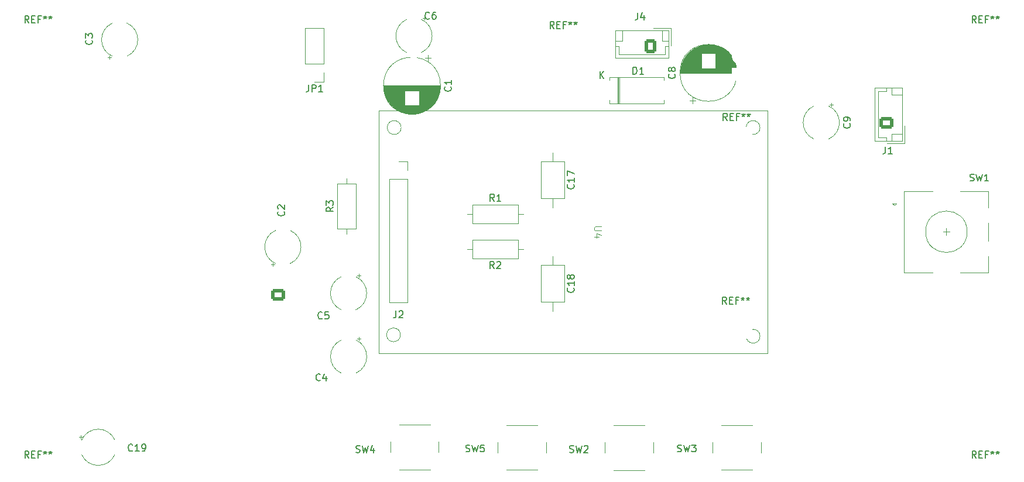
<source format=gto>
G04 #@! TF.GenerationSoftware,KiCad,Pcbnew,8.0.3*
G04 #@! TF.CreationDate,2024-07-01T22:09:14+02:00*
G04 #@! TF.ProjectId,VFO na esp32,56464f20-6e61-4206-9573-7033322e6b69,rev?*
G04 #@! TF.SameCoordinates,Original*
G04 #@! TF.FileFunction,Legend,Top*
G04 #@! TF.FilePolarity,Positive*
%FSLAX46Y46*%
G04 Gerber Fmt 4.6, Leading zero omitted, Abs format (unit mm)*
G04 Created by KiCad (PCBNEW 8.0.3) date 2024-07-01 22:09:14*
%MOMM*%
%LPD*%
G01*
G04 APERTURE LIST*
G04 Aperture macros list*
%AMRoundRect*
0 Rectangle with rounded corners*
0 $1 Rounding radius*
0 $2 $3 $4 $5 $6 $7 $8 $9 X,Y pos of 4 corners*
0 Add a 4 corners polygon primitive as box body*
4,1,4,$2,$3,$4,$5,$6,$7,$8,$9,$2,$3,0*
0 Add four circle primitives for the rounded corners*
1,1,$1+$1,$2,$3*
1,1,$1+$1,$4,$5*
1,1,$1+$1,$6,$7*
1,1,$1+$1,$8,$9*
0 Add four rect primitives between the rounded corners*
20,1,$1+$1,$2,$3,$4,$5,0*
20,1,$1+$1,$4,$5,$6,$7,0*
20,1,$1+$1,$6,$7,$8,$9,0*
20,1,$1+$1,$8,$9,$2,$3,0*%
G04 Aperture macros list end*
%ADD10C,0.150000*%
%ADD11C,0.100000*%
%ADD12C,0.120000*%
%ADD13R,1.600000X1.600000*%
%ADD14C,1.600000*%
%ADD15C,2.200000*%
%ADD16R,1.700000X1.700000*%
%ADD17O,1.700000X1.700000*%
%ADD18C,5.000000*%
%ADD19O,1.600000X1.600000*%
%ADD20C,7.000000*%
%ADD21R,2.000000X2.000000*%
%ADD22C,2.000000*%
%ADD23R,3.200000X2.000000*%
%ADD24R,2.400000X2.400000*%
%ADD25O,2.400000X2.400000*%
%ADD26RoundRect,0.250000X0.750000X-0.600000X0.750000X0.600000X-0.750000X0.600000X-0.750000X-0.600000X0*%
%ADD27O,2.000000X1.700000*%
%ADD28RoundRect,0.250000X0.600000X0.750000X-0.600000X0.750000X-0.600000X-0.750000X0.600000X-0.750000X0*%
%ADD29O,1.700000X2.000000*%
%ADD30R,2.000000X1.200000*%
%ADD31O,2.000000X1.200000*%
%ADD32O,3.500000X3.500000*%
%ADD33R,2.000000X1.905000*%
%ADD34O,2.000000X1.905000*%
%ADD35RoundRect,0.250000X-0.725000X0.600000X-0.725000X-0.600000X0.725000X-0.600000X0.725000X0.600000X0*%
%ADD36O,1.950000X1.700000*%
G04 APERTURE END LIST*
D10*
X109759580Y-65466666D02*
X109807200Y-65514285D01*
X109807200Y-65514285D02*
X109854819Y-65657142D01*
X109854819Y-65657142D02*
X109854819Y-65752380D01*
X109854819Y-65752380D02*
X109807200Y-65895237D01*
X109807200Y-65895237D02*
X109711961Y-65990475D01*
X109711961Y-65990475D02*
X109616723Y-66038094D01*
X109616723Y-66038094D02*
X109426247Y-66085713D01*
X109426247Y-66085713D02*
X109283390Y-66085713D01*
X109283390Y-66085713D02*
X109092914Y-66038094D01*
X109092914Y-66038094D02*
X108997676Y-65990475D01*
X108997676Y-65990475D02*
X108902438Y-65895237D01*
X108902438Y-65895237D02*
X108854819Y-65752380D01*
X108854819Y-65752380D02*
X108854819Y-65657142D01*
X108854819Y-65657142D02*
X108902438Y-65514285D01*
X108902438Y-65514285D02*
X108950057Y-65466666D01*
X108854819Y-65133332D02*
X108854819Y-64514285D01*
X108854819Y-64514285D02*
X109235771Y-64847618D01*
X109235771Y-64847618D02*
X109235771Y-64704761D01*
X109235771Y-64704761D02*
X109283390Y-64609523D01*
X109283390Y-64609523D02*
X109331009Y-64561904D01*
X109331009Y-64561904D02*
X109426247Y-64514285D01*
X109426247Y-64514285D02*
X109664342Y-64514285D01*
X109664342Y-64514285D02*
X109759580Y-64561904D01*
X109759580Y-64561904D02*
X109807200Y-64609523D01*
X109807200Y-64609523D02*
X109854819Y-64704761D01*
X109854819Y-64704761D02*
X109854819Y-64990475D01*
X109854819Y-64990475D02*
X109807200Y-65085713D01*
X109807200Y-65085713D02*
X109759580Y-65133332D01*
D11*
X183422580Y-92458095D02*
X182613057Y-92458095D01*
X182613057Y-92458095D02*
X182517819Y-92505714D01*
X182517819Y-92505714D02*
X182470200Y-92553333D01*
X182470200Y-92553333D02*
X182422580Y-92648571D01*
X182422580Y-92648571D02*
X182422580Y-92839047D01*
X182422580Y-92839047D02*
X182470200Y-92934285D01*
X182470200Y-92934285D02*
X182517819Y-92981904D01*
X182517819Y-92981904D02*
X182613057Y-93029523D01*
X182613057Y-93029523D02*
X183422580Y-93029523D01*
X183089247Y-93934285D02*
X182422580Y-93934285D01*
X183470200Y-93696190D02*
X182755914Y-93458095D01*
X182755914Y-93458095D02*
X182755914Y-94077142D01*
D10*
X143083333Y-105719580D02*
X143035714Y-105767200D01*
X143035714Y-105767200D02*
X142892857Y-105814819D01*
X142892857Y-105814819D02*
X142797619Y-105814819D01*
X142797619Y-105814819D02*
X142654762Y-105767200D01*
X142654762Y-105767200D02*
X142559524Y-105671961D01*
X142559524Y-105671961D02*
X142511905Y-105576723D01*
X142511905Y-105576723D02*
X142464286Y-105386247D01*
X142464286Y-105386247D02*
X142464286Y-105243390D01*
X142464286Y-105243390D02*
X142511905Y-105052914D01*
X142511905Y-105052914D02*
X142559524Y-104957676D01*
X142559524Y-104957676D02*
X142654762Y-104862438D01*
X142654762Y-104862438D02*
X142797619Y-104814819D01*
X142797619Y-104814819D02*
X142892857Y-104814819D01*
X142892857Y-104814819D02*
X143035714Y-104862438D01*
X143035714Y-104862438D02*
X143083333Y-104910057D01*
X143988095Y-104814819D02*
X143511905Y-104814819D01*
X143511905Y-104814819D02*
X143464286Y-105291009D01*
X143464286Y-105291009D02*
X143511905Y-105243390D01*
X143511905Y-105243390D02*
X143607143Y-105195771D01*
X143607143Y-105195771D02*
X143845238Y-105195771D01*
X143845238Y-105195771D02*
X143940476Y-105243390D01*
X143940476Y-105243390D02*
X143988095Y-105291009D01*
X143988095Y-105291009D02*
X144035714Y-105386247D01*
X144035714Y-105386247D02*
X144035714Y-105624342D01*
X144035714Y-105624342D02*
X143988095Y-105719580D01*
X143988095Y-105719580D02*
X143940476Y-105767200D01*
X143940476Y-105767200D02*
X143845238Y-105814819D01*
X143845238Y-105814819D02*
X143607143Y-105814819D01*
X143607143Y-105814819D02*
X143511905Y-105767200D01*
X143511905Y-105767200D02*
X143464286Y-105719580D01*
X161679580Y-72224015D02*
X161727200Y-72271634D01*
X161727200Y-72271634D02*
X161774819Y-72414491D01*
X161774819Y-72414491D02*
X161774819Y-72509729D01*
X161774819Y-72509729D02*
X161727200Y-72652586D01*
X161727200Y-72652586D02*
X161631961Y-72747824D01*
X161631961Y-72747824D02*
X161536723Y-72795443D01*
X161536723Y-72795443D02*
X161346247Y-72843062D01*
X161346247Y-72843062D02*
X161203390Y-72843062D01*
X161203390Y-72843062D02*
X161012914Y-72795443D01*
X161012914Y-72795443D02*
X160917676Y-72747824D01*
X160917676Y-72747824D02*
X160822438Y-72652586D01*
X160822438Y-72652586D02*
X160774819Y-72509729D01*
X160774819Y-72509729D02*
X160774819Y-72414491D01*
X160774819Y-72414491D02*
X160822438Y-72271634D01*
X160822438Y-72271634D02*
X160870057Y-72224015D01*
X161774819Y-71271634D02*
X161774819Y-71843062D01*
X161774819Y-71557348D02*
X160774819Y-71557348D01*
X160774819Y-71557348D02*
X160917676Y-71652586D01*
X160917676Y-71652586D02*
X161012914Y-71747824D01*
X161012914Y-71747824D02*
X161060533Y-71843062D01*
X141136666Y-71939819D02*
X141136666Y-72654104D01*
X141136666Y-72654104D02*
X141089047Y-72796961D01*
X141089047Y-72796961D02*
X140993809Y-72892200D01*
X140993809Y-72892200D02*
X140850952Y-72939819D01*
X140850952Y-72939819D02*
X140755714Y-72939819D01*
X141612857Y-72939819D02*
X141612857Y-71939819D01*
X141612857Y-71939819D02*
X141993809Y-71939819D01*
X141993809Y-71939819D02*
X142089047Y-71987438D01*
X142089047Y-71987438D02*
X142136666Y-72035057D01*
X142136666Y-72035057D02*
X142184285Y-72130295D01*
X142184285Y-72130295D02*
X142184285Y-72273152D01*
X142184285Y-72273152D02*
X142136666Y-72368390D01*
X142136666Y-72368390D02*
X142089047Y-72416009D01*
X142089047Y-72416009D02*
X141993809Y-72463628D01*
X141993809Y-72463628D02*
X141612857Y-72463628D01*
X143136666Y-72939819D02*
X142565238Y-72939819D01*
X142850952Y-72939819D02*
X142850952Y-71939819D01*
X142850952Y-71939819D02*
X142755714Y-72082676D01*
X142755714Y-72082676D02*
X142660476Y-72177914D01*
X142660476Y-72177914D02*
X142565238Y-72225533D01*
X237666666Y-125954819D02*
X237333333Y-125478628D01*
X237095238Y-125954819D02*
X237095238Y-124954819D01*
X237095238Y-124954819D02*
X237476190Y-124954819D01*
X237476190Y-124954819D02*
X237571428Y-125002438D01*
X237571428Y-125002438D02*
X237619047Y-125050057D01*
X237619047Y-125050057D02*
X237666666Y-125145295D01*
X237666666Y-125145295D02*
X237666666Y-125288152D01*
X237666666Y-125288152D02*
X237619047Y-125383390D01*
X237619047Y-125383390D02*
X237571428Y-125431009D01*
X237571428Y-125431009D02*
X237476190Y-125478628D01*
X237476190Y-125478628D02*
X237095238Y-125478628D01*
X238095238Y-125431009D02*
X238428571Y-125431009D01*
X238571428Y-125954819D02*
X238095238Y-125954819D01*
X238095238Y-125954819D02*
X238095238Y-124954819D01*
X238095238Y-124954819D02*
X238571428Y-124954819D01*
X239333333Y-125431009D02*
X239000000Y-125431009D01*
X239000000Y-125954819D02*
X239000000Y-124954819D01*
X239000000Y-124954819D02*
X239476190Y-124954819D01*
X240000000Y-124954819D02*
X240000000Y-125192914D01*
X239761905Y-125097676D02*
X240000000Y-125192914D01*
X240000000Y-125192914D02*
X240238095Y-125097676D01*
X239857143Y-125383390D02*
X240000000Y-125192914D01*
X240000000Y-125192914D02*
X240142857Y-125383390D01*
X240761905Y-124954819D02*
X240761905Y-125192914D01*
X240523810Y-125097676D02*
X240761905Y-125192914D01*
X240761905Y-125192914D02*
X241000000Y-125097676D01*
X240619048Y-125383390D02*
X240761905Y-125192914D01*
X240761905Y-125192914D02*
X240904762Y-125383390D01*
X179429580Y-101342857D02*
X179477200Y-101390476D01*
X179477200Y-101390476D02*
X179524819Y-101533333D01*
X179524819Y-101533333D02*
X179524819Y-101628571D01*
X179524819Y-101628571D02*
X179477200Y-101771428D01*
X179477200Y-101771428D02*
X179381961Y-101866666D01*
X179381961Y-101866666D02*
X179286723Y-101914285D01*
X179286723Y-101914285D02*
X179096247Y-101961904D01*
X179096247Y-101961904D02*
X178953390Y-101961904D01*
X178953390Y-101961904D02*
X178762914Y-101914285D01*
X178762914Y-101914285D02*
X178667676Y-101866666D01*
X178667676Y-101866666D02*
X178572438Y-101771428D01*
X178572438Y-101771428D02*
X178524819Y-101628571D01*
X178524819Y-101628571D02*
X178524819Y-101533333D01*
X178524819Y-101533333D02*
X178572438Y-101390476D01*
X178572438Y-101390476D02*
X178620057Y-101342857D01*
X179524819Y-100390476D02*
X179524819Y-100961904D01*
X179524819Y-100676190D02*
X178524819Y-100676190D01*
X178524819Y-100676190D02*
X178667676Y-100771428D01*
X178667676Y-100771428D02*
X178762914Y-100866666D01*
X178762914Y-100866666D02*
X178810533Y-100961904D01*
X178953390Y-99819047D02*
X178905771Y-99914285D01*
X178905771Y-99914285D02*
X178858152Y-99961904D01*
X178858152Y-99961904D02*
X178762914Y-100009523D01*
X178762914Y-100009523D02*
X178715295Y-100009523D01*
X178715295Y-100009523D02*
X178620057Y-99961904D01*
X178620057Y-99961904D02*
X178572438Y-99914285D01*
X178572438Y-99914285D02*
X178524819Y-99819047D01*
X178524819Y-99819047D02*
X178524819Y-99628571D01*
X178524819Y-99628571D02*
X178572438Y-99533333D01*
X178572438Y-99533333D02*
X178620057Y-99485714D01*
X178620057Y-99485714D02*
X178715295Y-99438095D01*
X178715295Y-99438095D02*
X178762914Y-99438095D01*
X178762914Y-99438095D02*
X178858152Y-99485714D01*
X178858152Y-99485714D02*
X178905771Y-99533333D01*
X178905771Y-99533333D02*
X178953390Y-99628571D01*
X178953390Y-99628571D02*
X178953390Y-99819047D01*
X178953390Y-99819047D02*
X179001009Y-99914285D01*
X179001009Y-99914285D02*
X179048628Y-99961904D01*
X179048628Y-99961904D02*
X179143866Y-100009523D01*
X179143866Y-100009523D02*
X179334342Y-100009523D01*
X179334342Y-100009523D02*
X179429580Y-99961904D01*
X179429580Y-99961904D02*
X179477200Y-99914285D01*
X179477200Y-99914285D02*
X179524819Y-99819047D01*
X179524819Y-99819047D02*
X179524819Y-99628571D01*
X179524819Y-99628571D02*
X179477200Y-99533333D01*
X179477200Y-99533333D02*
X179429580Y-99485714D01*
X179429580Y-99485714D02*
X179334342Y-99438095D01*
X179334342Y-99438095D02*
X179143866Y-99438095D01*
X179143866Y-99438095D02*
X179048628Y-99485714D01*
X179048628Y-99485714D02*
X179001009Y-99533333D01*
X179001009Y-99533333D02*
X178953390Y-99628571D01*
X115657142Y-124859580D02*
X115609523Y-124907200D01*
X115609523Y-124907200D02*
X115466666Y-124954819D01*
X115466666Y-124954819D02*
X115371428Y-124954819D01*
X115371428Y-124954819D02*
X115228571Y-124907200D01*
X115228571Y-124907200D02*
X115133333Y-124811961D01*
X115133333Y-124811961D02*
X115085714Y-124716723D01*
X115085714Y-124716723D02*
X115038095Y-124526247D01*
X115038095Y-124526247D02*
X115038095Y-124383390D01*
X115038095Y-124383390D02*
X115085714Y-124192914D01*
X115085714Y-124192914D02*
X115133333Y-124097676D01*
X115133333Y-124097676D02*
X115228571Y-124002438D01*
X115228571Y-124002438D02*
X115371428Y-123954819D01*
X115371428Y-123954819D02*
X115466666Y-123954819D01*
X115466666Y-123954819D02*
X115609523Y-124002438D01*
X115609523Y-124002438D02*
X115657142Y-124050057D01*
X116609523Y-124954819D02*
X116038095Y-124954819D01*
X116323809Y-124954819D02*
X116323809Y-123954819D01*
X116323809Y-123954819D02*
X116228571Y-124097676D01*
X116228571Y-124097676D02*
X116133333Y-124192914D01*
X116133333Y-124192914D02*
X116038095Y-124240533D01*
X117085714Y-124954819D02*
X117276190Y-124954819D01*
X117276190Y-124954819D02*
X117371428Y-124907200D01*
X117371428Y-124907200D02*
X117419047Y-124859580D01*
X117419047Y-124859580D02*
X117514285Y-124716723D01*
X117514285Y-124716723D02*
X117561904Y-124526247D01*
X117561904Y-124526247D02*
X117561904Y-124145295D01*
X117561904Y-124145295D02*
X117514285Y-124050057D01*
X117514285Y-124050057D02*
X117466666Y-124002438D01*
X117466666Y-124002438D02*
X117371428Y-123954819D01*
X117371428Y-123954819D02*
X117180952Y-123954819D01*
X117180952Y-123954819D02*
X117085714Y-124002438D01*
X117085714Y-124002438D02*
X117038095Y-124050057D01*
X117038095Y-124050057D02*
X116990476Y-124145295D01*
X116990476Y-124145295D02*
X116990476Y-124383390D01*
X116990476Y-124383390D02*
X117038095Y-124478628D01*
X117038095Y-124478628D02*
X117085714Y-124526247D01*
X117085714Y-124526247D02*
X117180952Y-124573866D01*
X117180952Y-124573866D02*
X117371428Y-124573866D01*
X117371428Y-124573866D02*
X117466666Y-124526247D01*
X117466666Y-124526247D02*
X117514285Y-124478628D01*
X117514285Y-124478628D02*
X117561904Y-124383390D01*
X100666666Y-62954819D02*
X100333333Y-62478628D01*
X100095238Y-62954819D02*
X100095238Y-61954819D01*
X100095238Y-61954819D02*
X100476190Y-61954819D01*
X100476190Y-61954819D02*
X100571428Y-62002438D01*
X100571428Y-62002438D02*
X100619047Y-62050057D01*
X100619047Y-62050057D02*
X100666666Y-62145295D01*
X100666666Y-62145295D02*
X100666666Y-62288152D01*
X100666666Y-62288152D02*
X100619047Y-62383390D01*
X100619047Y-62383390D02*
X100571428Y-62431009D01*
X100571428Y-62431009D02*
X100476190Y-62478628D01*
X100476190Y-62478628D02*
X100095238Y-62478628D01*
X101095238Y-62431009D02*
X101428571Y-62431009D01*
X101571428Y-62954819D02*
X101095238Y-62954819D01*
X101095238Y-62954819D02*
X101095238Y-61954819D01*
X101095238Y-61954819D02*
X101571428Y-61954819D01*
X102333333Y-62431009D02*
X102000000Y-62431009D01*
X102000000Y-62954819D02*
X102000000Y-61954819D01*
X102000000Y-61954819D02*
X102476190Y-61954819D01*
X103000000Y-61954819D02*
X103000000Y-62192914D01*
X102761905Y-62097676D02*
X103000000Y-62192914D01*
X103000000Y-62192914D02*
X103238095Y-62097676D01*
X102857143Y-62383390D02*
X103000000Y-62192914D01*
X103000000Y-62192914D02*
X103142857Y-62383390D01*
X103761905Y-61954819D02*
X103761905Y-62192914D01*
X103523810Y-62097676D02*
X103761905Y-62192914D01*
X103761905Y-62192914D02*
X104000000Y-62097676D01*
X103619048Y-62383390D02*
X103761905Y-62192914D01*
X103761905Y-62192914D02*
X103904762Y-62383390D01*
X176616666Y-63764819D02*
X176283333Y-63288628D01*
X176045238Y-63764819D02*
X176045238Y-62764819D01*
X176045238Y-62764819D02*
X176426190Y-62764819D01*
X176426190Y-62764819D02*
X176521428Y-62812438D01*
X176521428Y-62812438D02*
X176569047Y-62860057D01*
X176569047Y-62860057D02*
X176616666Y-62955295D01*
X176616666Y-62955295D02*
X176616666Y-63098152D01*
X176616666Y-63098152D02*
X176569047Y-63193390D01*
X176569047Y-63193390D02*
X176521428Y-63241009D01*
X176521428Y-63241009D02*
X176426190Y-63288628D01*
X176426190Y-63288628D02*
X176045238Y-63288628D01*
X177045238Y-63241009D02*
X177378571Y-63241009D01*
X177521428Y-63764819D02*
X177045238Y-63764819D01*
X177045238Y-63764819D02*
X177045238Y-62764819D01*
X177045238Y-62764819D02*
X177521428Y-62764819D01*
X178283333Y-63241009D02*
X177950000Y-63241009D01*
X177950000Y-63764819D02*
X177950000Y-62764819D01*
X177950000Y-62764819D02*
X178426190Y-62764819D01*
X178950000Y-62764819D02*
X178950000Y-63002914D01*
X178711905Y-62907676D02*
X178950000Y-63002914D01*
X178950000Y-63002914D02*
X179188095Y-62907676D01*
X178807143Y-63193390D02*
X178950000Y-63002914D01*
X178950000Y-63002914D02*
X179092857Y-63193390D01*
X179711905Y-62764819D02*
X179711905Y-63002914D01*
X179473810Y-62907676D02*
X179711905Y-63002914D01*
X179711905Y-63002914D02*
X179950000Y-62907676D01*
X179569048Y-63193390D02*
X179711905Y-63002914D01*
X179711905Y-63002914D02*
X179854762Y-63193390D01*
X153766666Y-104654819D02*
X153766666Y-105369104D01*
X153766666Y-105369104D02*
X153719047Y-105511961D01*
X153719047Y-105511961D02*
X153623809Y-105607200D01*
X153623809Y-105607200D02*
X153480952Y-105654819D01*
X153480952Y-105654819D02*
X153385714Y-105654819D01*
X154195238Y-104750057D02*
X154242857Y-104702438D01*
X154242857Y-104702438D02*
X154338095Y-104654819D01*
X154338095Y-104654819D02*
X154576190Y-104654819D01*
X154576190Y-104654819D02*
X154671428Y-104702438D01*
X154671428Y-104702438D02*
X154719047Y-104750057D01*
X154719047Y-104750057D02*
X154766666Y-104845295D01*
X154766666Y-104845295D02*
X154766666Y-104940533D01*
X154766666Y-104940533D02*
X154719047Y-105083390D01*
X154719047Y-105083390D02*
X154147619Y-105654819D01*
X154147619Y-105654819D02*
X154766666Y-105654819D01*
X236766667Y-85807200D02*
X236909524Y-85854819D01*
X236909524Y-85854819D02*
X237147619Y-85854819D01*
X237147619Y-85854819D02*
X237242857Y-85807200D01*
X237242857Y-85807200D02*
X237290476Y-85759580D01*
X237290476Y-85759580D02*
X237338095Y-85664342D01*
X237338095Y-85664342D02*
X237338095Y-85569104D01*
X237338095Y-85569104D02*
X237290476Y-85473866D01*
X237290476Y-85473866D02*
X237242857Y-85426247D01*
X237242857Y-85426247D02*
X237147619Y-85378628D01*
X237147619Y-85378628D02*
X236957143Y-85331009D01*
X236957143Y-85331009D02*
X236861905Y-85283390D01*
X236861905Y-85283390D02*
X236814286Y-85235771D01*
X236814286Y-85235771D02*
X236766667Y-85140533D01*
X236766667Y-85140533D02*
X236766667Y-85045295D01*
X236766667Y-85045295D02*
X236814286Y-84950057D01*
X236814286Y-84950057D02*
X236861905Y-84902438D01*
X236861905Y-84902438D02*
X236957143Y-84854819D01*
X236957143Y-84854819D02*
X237195238Y-84854819D01*
X237195238Y-84854819D02*
X237338095Y-84902438D01*
X237671429Y-84854819D02*
X237909524Y-85854819D01*
X237909524Y-85854819D02*
X238100000Y-85140533D01*
X238100000Y-85140533D02*
X238290476Y-85854819D01*
X238290476Y-85854819D02*
X238528572Y-84854819D01*
X239433333Y-85854819D02*
X238861905Y-85854819D01*
X239147619Y-85854819D02*
X239147619Y-84854819D01*
X239147619Y-84854819D02*
X239052381Y-84997676D01*
X239052381Y-84997676D02*
X238957143Y-85092914D01*
X238957143Y-85092914D02*
X238861905Y-85140533D01*
X147966667Y-125107200D02*
X148109524Y-125154819D01*
X148109524Y-125154819D02*
X148347619Y-125154819D01*
X148347619Y-125154819D02*
X148442857Y-125107200D01*
X148442857Y-125107200D02*
X148490476Y-125059580D01*
X148490476Y-125059580D02*
X148538095Y-124964342D01*
X148538095Y-124964342D02*
X148538095Y-124869104D01*
X148538095Y-124869104D02*
X148490476Y-124773866D01*
X148490476Y-124773866D02*
X148442857Y-124726247D01*
X148442857Y-124726247D02*
X148347619Y-124678628D01*
X148347619Y-124678628D02*
X148157143Y-124631009D01*
X148157143Y-124631009D02*
X148061905Y-124583390D01*
X148061905Y-124583390D02*
X148014286Y-124535771D01*
X148014286Y-124535771D02*
X147966667Y-124440533D01*
X147966667Y-124440533D02*
X147966667Y-124345295D01*
X147966667Y-124345295D02*
X148014286Y-124250057D01*
X148014286Y-124250057D02*
X148061905Y-124202438D01*
X148061905Y-124202438D02*
X148157143Y-124154819D01*
X148157143Y-124154819D02*
X148395238Y-124154819D01*
X148395238Y-124154819D02*
X148538095Y-124202438D01*
X148871429Y-124154819D02*
X149109524Y-125154819D01*
X149109524Y-125154819D02*
X149300000Y-124440533D01*
X149300000Y-124440533D02*
X149490476Y-125154819D01*
X149490476Y-125154819D02*
X149728572Y-124154819D01*
X150538095Y-124488152D02*
X150538095Y-125154819D01*
X150300000Y-124107200D02*
X150061905Y-124821485D01*
X150061905Y-124821485D02*
X150680952Y-124821485D01*
X178866667Y-125107200D02*
X179009524Y-125154819D01*
X179009524Y-125154819D02*
X179247619Y-125154819D01*
X179247619Y-125154819D02*
X179342857Y-125107200D01*
X179342857Y-125107200D02*
X179390476Y-125059580D01*
X179390476Y-125059580D02*
X179438095Y-124964342D01*
X179438095Y-124964342D02*
X179438095Y-124869104D01*
X179438095Y-124869104D02*
X179390476Y-124773866D01*
X179390476Y-124773866D02*
X179342857Y-124726247D01*
X179342857Y-124726247D02*
X179247619Y-124678628D01*
X179247619Y-124678628D02*
X179057143Y-124631009D01*
X179057143Y-124631009D02*
X178961905Y-124583390D01*
X178961905Y-124583390D02*
X178914286Y-124535771D01*
X178914286Y-124535771D02*
X178866667Y-124440533D01*
X178866667Y-124440533D02*
X178866667Y-124345295D01*
X178866667Y-124345295D02*
X178914286Y-124250057D01*
X178914286Y-124250057D02*
X178961905Y-124202438D01*
X178961905Y-124202438D02*
X179057143Y-124154819D01*
X179057143Y-124154819D02*
X179295238Y-124154819D01*
X179295238Y-124154819D02*
X179438095Y-124202438D01*
X179771429Y-124154819D02*
X180009524Y-125154819D01*
X180009524Y-125154819D02*
X180200000Y-124440533D01*
X180200000Y-124440533D02*
X180390476Y-125154819D01*
X180390476Y-125154819D02*
X180628572Y-124154819D01*
X180961905Y-124250057D02*
X181009524Y-124202438D01*
X181009524Y-124202438D02*
X181104762Y-124154819D01*
X181104762Y-124154819D02*
X181342857Y-124154819D01*
X181342857Y-124154819D02*
X181438095Y-124202438D01*
X181438095Y-124202438D02*
X181485714Y-124250057D01*
X181485714Y-124250057D02*
X181533333Y-124345295D01*
X181533333Y-124345295D02*
X181533333Y-124440533D01*
X181533333Y-124440533D02*
X181485714Y-124583390D01*
X181485714Y-124583390D02*
X180914286Y-125154819D01*
X180914286Y-125154819D02*
X181533333Y-125154819D01*
X188041905Y-70374819D02*
X188041905Y-69374819D01*
X188041905Y-69374819D02*
X188280000Y-69374819D01*
X188280000Y-69374819D02*
X188422857Y-69422438D01*
X188422857Y-69422438D02*
X188518095Y-69517676D01*
X188518095Y-69517676D02*
X188565714Y-69612914D01*
X188565714Y-69612914D02*
X188613333Y-69803390D01*
X188613333Y-69803390D02*
X188613333Y-69946247D01*
X188613333Y-69946247D02*
X188565714Y-70136723D01*
X188565714Y-70136723D02*
X188518095Y-70231961D01*
X188518095Y-70231961D02*
X188422857Y-70327200D01*
X188422857Y-70327200D02*
X188280000Y-70374819D01*
X188280000Y-70374819D02*
X188041905Y-70374819D01*
X189565714Y-70374819D02*
X188994286Y-70374819D01*
X189280000Y-70374819D02*
X189280000Y-69374819D01*
X189280000Y-69374819D02*
X189184762Y-69517676D01*
X189184762Y-69517676D02*
X189089524Y-69612914D01*
X189089524Y-69612914D02*
X188994286Y-69660533D01*
X183238095Y-70974819D02*
X183238095Y-69974819D01*
X183809523Y-70974819D02*
X183380952Y-70403390D01*
X183809523Y-69974819D02*
X183238095Y-70546247D01*
X158593333Y-62319580D02*
X158545714Y-62367200D01*
X158545714Y-62367200D02*
X158402857Y-62414819D01*
X158402857Y-62414819D02*
X158307619Y-62414819D01*
X158307619Y-62414819D02*
X158164762Y-62367200D01*
X158164762Y-62367200D02*
X158069524Y-62271961D01*
X158069524Y-62271961D02*
X158021905Y-62176723D01*
X158021905Y-62176723D02*
X157974286Y-61986247D01*
X157974286Y-61986247D02*
X157974286Y-61843390D01*
X157974286Y-61843390D02*
X158021905Y-61652914D01*
X158021905Y-61652914D02*
X158069524Y-61557676D01*
X158069524Y-61557676D02*
X158164762Y-61462438D01*
X158164762Y-61462438D02*
X158307619Y-61414819D01*
X158307619Y-61414819D02*
X158402857Y-61414819D01*
X158402857Y-61414819D02*
X158545714Y-61462438D01*
X158545714Y-61462438D02*
X158593333Y-61510057D01*
X159450476Y-61414819D02*
X159260000Y-61414819D01*
X159260000Y-61414819D02*
X159164762Y-61462438D01*
X159164762Y-61462438D02*
X159117143Y-61510057D01*
X159117143Y-61510057D02*
X159021905Y-61652914D01*
X159021905Y-61652914D02*
X158974286Y-61843390D01*
X158974286Y-61843390D02*
X158974286Y-62224342D01*
X158974286Y-62224342D02*
X159021905Y-62319580D01*
X159021905Y-62319580D02*
X159069524Y-62367200D01*
X159069524Y-62367200D02*
X159164762Y-62414819D01*
X159164762Y-62414819D02*
X159355238Y-62414819D01*
X159355238Y-62414819D02*
X159450476Y-62367200D01*
X159450476Y-62367200D02*
X159498095Y-62319580D01*
X159498095Y-62319580D02*
X159545714Y-62224342D01*
X159545714Y-62224342D02*
X159545714Y-61986247D01*
X159545714Y-61986247D02*
X159498095Y-61891009D01*
X159498095Y-61891009D02*
X159450476Y-61843390D01*
X159450476Y-61843390D02*
X159355238Y-61795771D01*
X159355238Y-61795771D02*
X159164762Y-61795771D01*
X159164762Y-61795771D02*
X159069524Y-61843390D01*
X159069524Y-61843390D02*
X159021905Y-61891009D01*
X159021905Y-61891009D02*
X158974286Y-61986247D01*
X224536666Y-80914819D02*
X224536666Y-81629104D01*
X224536666Y-81629104D02*
X224489047Y-81771961D01*
X224489047Y-81771961D02*
X224393809Y-81867200D01*
X224393809Y-81867200D02*
X224250952Y-81914819D01*
X224250952Y-81914819D02*
X224155714Y-81914819D01*
X225536666Y-81914819D02*
X224965238Y-81914819D01*
X225250952Y-81914819D02*
X225250952Y-80914819D01*
X225250952Y-80914819D02*
X225155714Y-81057676D01*
X225155714Y-81057676D02*
X225060476Y-81152914D01*
X225060476Y-81152914D02*
X224965238Y-81200533D01*
X144684819Y-89666666D02*
X144208628Y-89999999D01*
X144684819Y-90238094D02*
X143684819Y-90238094D01*
X143684819Y-90238094D02*
X143684819Y-89857142D01*
X143684819Y-89857142D02*
X143732438Y-89761904D01*
X143732438Y-89761904D02*
X143780057Y-89714285D01*
X143780057Y-89714285D02*
X143875295Y-89666666D01*
X143875295Y-89666666D02*
X144018152Y-89666666D01*
X144018152Y-89666666D02*
X144113390Y-89714285D01*
X144113390Y-89714285D02*
X144161009Y-89761904D01*
X144161009Y-89761904D02*
X144208628Y-89857142D01*
X144208628Y-89857142D02*
X144208628Y-90238094D01*
X143684819Y-89333332D02*
X143684819Y-88714285D01*
X143684819Y-88714285D02*
X144065771Y-89047618D01*
X144065771Y-89047618D02*
X144065771Y-88904761D01*
X144065771Y-88904761D02*
X144113390Y-88809523D01*
X144113390Y-88809523D02*
X144161009Y-88761904D01*
X144161009Y-88761904D02*
X144256247Y-88714285D01*
X144256247Y-88714285D02*
X144494342Y-88714285D01*
X144494342Y-88714285D02*
X144589580Y-88761904D01*
X144589580Y-88761904D02*
X144637200Y-88809523D01*
X144637200Y-88809523D02*
X144684819Y-88904761D01*
X144684819Y-88904761D02*
X144684819Y-89190475D01*
X144684819Y-89190475D02*
X144637200Y-89285713D01*
X144637200Y-89285713D02*
X144589580Y-89333332D01*
X163866667Y-125007200D02*
X164009524Y-125054819D01*
X164009524Y-125054819D02*
X164247619Y-125054819D01*
X164247619Y-125054819D02*
X164342857Y-125007200D01*
X164342857Y-125007200D02*
X164390476Y-124959580D01*
X164390476Y-124959580D02*
X164438095Y-124864342D01*
X164438095Y-124864342D02*
X164438095Y-124769104D01*
X164438095Y-124769104D02*
X164390476Y-124673866D01*
X164390476Y-124673866D02*
X164342857Y-124626247D01*
X164342857Y-124626247D02*
X164247619Y-124578628D01*
X164247619Y-124578628D02*
X164057143Y-124531009D01*
X164057143Y-124531009D02*
X163961905Y-124483390D01*
X163961905Y-124483390D02*
X163914286Y-124435771D01*
X163914286Y-124435771D02*
X163866667Y-124340533D01*
X163866667Y-124340533D02*
X163866667Y-124245295D01*
X163866667Y-124245295D02*
X163914286Y-124150057D01*
X163914286Y-124150057D02*
X163961905Y-124102438D01*
X163961905Y-124102438D02*
X164057143Y-124054819D01*
X164057143Y-124054819D02*
X164295238Y-124054819D01*
X164295238Y-124054819D02*
X164438095Y-124102438D01*
X164771429Y-124054819D02*
X165009524Y-125054819D01*
X165009524Y-125054819D02*
X165200000Y-124340533D01*
X165200000Y-124340533D02*
X165390476Y-125054819D01*
X165390476Y-125054819D02*
X165628572Y-124054819D01*
X166485714Y-124054819D02*
X166009524Y-124054819D01*
X166009524Y-124054819D02*
X165961905Y-124531009D01*
X165961905Y-124531009D02*
X166009524Y-124483390D01*
X166009524Y-124483390D02*
X166104762Y-124435771D01*
X166104762Y-124435771D02*
X166342857Y-124435771D01*
X166342857Y-124435771D02*
X166438095Y-124483390D01*
X166438095Y-124483390D02*
X166485714Y-124531009D01*
X166485714Y-124531009D02*
X166533333Y-124626247D01*
X166533333Y-124626247D02*
X166533333Y-124864342D01*
X166533333Y-124864342D02*
X166485714Y-124959580D01*
X166485714Y-124959580D02*
X166438095Y-125007200D01*
X166438095Y-125007200D02*
X166342857Y-125054819D01*
X166342857Y-125054819D02*
X166104762Y-125054819D01*
X166104762Y-125054819D02*
X166009524Y-125007200D01*
X166009524Y-125007200D02*
X165961905Y-124959580D01*
X167963333Y-88754819D02*
X167630000Y-88278628D01*
X167391905Y-88754819D02*
X167391905Y-87754819D01*
X167391905Y-87754819D02*
X167772857Y-87754819D01*
X167772857Y-87754819D02*
X167868095Y-87802438D01*
X167868095Y-87802438D02*
X167915714Y-87850057D01*
X167915714Y-87850057D02*
X167963333Y-87945295D01*
X167963333Y-87945295D02*
X167963333Y-88088152D01*
X167963333Y-88088152D02*
X167915714Y-88183390D01*
X167915714Y-88183390D02*
X167868095Y-88231009D01*
X167868095Y-88231009D02*
X167772857Y-88278628D01*
X167772857Y-88278628D02*
X167391905Y-88278628D01*
X168915714Y-88754819D02*
X168344286Y-88754819D01*
X168630000Y-88754819D02*
X168630000Y-87754819D01*
X168630000Y-87754819D02*
X168534762Y-87897676D01*
X168534762Y-87897676D02*
X168439524Y-87992914D01*
X168439524Y-87992914D02*
X168344286Y-88040533D01*
X188716666Y-61514819D02*
X188716666Y-62229104D01*
X188716666Y-62229104D02*
X188669047Y-62371961D01*
X188669047Y-62371961D02*
X188573809Y-62467200D01*
X188573809Y-62467200D02*
X188430952Y-62514819D01*
X188430952Y-62514819D02*
X188335714Y-62514819D01*
X189621428Y-61848152D02*
X189621428Y-62514819D01*
X189383333Y-61467200D02*
X189145238Y-62181485D01*
X189145238Y-62181485D02*
X189764285Y-62181485D01*
X219369580Y-77556666D02*
X219417200Y-77604285D01*
X219417200Y-77604285D02*
X219464819Y-77747142D01*
X219464819Y-77747142D02*
X219464819Y-77842380D01*
X219464819Y-77842380D02*
X219417200Y-77985237D01*
X219417200Y-77985237D02*
X219321961Y-78080475D01*
X219321961Y-78080475D02*
X219226723Y-78128094D01*
X219226723Y-78128094D02*
X219036247Y-78175713D01*
X219036247Y-78175713D02*
X218893390Y-78175713D01*
X218893390Y-78175713D02*
X218702914Y-78128094D01*
X218702914Y-78128094D02*
X218607676Y-78080475D01*
X218607676Y-78080475D02*
X218512438Y-77985237D01*
X218512438Y-77985237D02*
X218464819Y-77842380D01*
X218464819Y-77842380D02*
X218464819Y-77747142D01*
X218464819Y-77747142D02*
X218512438Y-77604285D01*
X218512438Y-77604285D02*
X218560057Y-77556666D01*
X219464819Y-77080475D02*
X219464819Y-76889999D01*
X219464819Y-76889999D02*
X219417200Y-76794761D01*
X219417200Y-76794761D02*
X219369580Y-76747142D01*
X219369580Y-76747142D02*
X219226723Y-76651904D01*
X219226723Y-76651904D02*
X219036247Y-76604285D01*
X219036247Y-76604285D02*
X218655295Y-76604285D01*
X218655295Y-76604285D02*
X218560057Y-76651904D01*
X218560057Y-76651904D02*
X218512438Y-76699523D01*
X218512438Y-76699523D02*
X218464819Y-76794761D01*
X218464819Y-76794761D02*
X218464819Y-76985237D01*
X218464819Y-76985237D02*
X218512438Y-77080475D01*
X218512438Y-77080475D02*
X218560057Y-77128094D01*
X218560057Y-77128094D02*
X218655295Y-77175713D01*
X218655295Y-77175713D02*
X218893390Y-77175713D01*
X218893390Y-77175713D02*
X218988628Y-77128094D01*
X218988628Y-77128094D02*
X219036247Y-77080475D01*
X219036247Y-77080475D02*
X219083866Y-76985237D01*
X219083866Y-76985237D02*
X219083866Y-76794761D01*
X219083866Y-76794761D02*
X219036247Y-76699523D01*
X219036247Y-76699523D02*
X218988628Y-76651904D01*
X218988628Y-76651904D02*
X218893390Y-76604285D01*
X201666666Y-77054819D02*
X201333333Y-76578628D01*
X201095238Y-77054819D02*
X201095238Y-76054819D01*
X201095238Y-76054819D02*
X201476190Y-76054819D01*
X201476190Y-76054819D02*
X201571428Y-76102438D01*
X201571428Y-76102438D02*
X201619047Y-76150057D01*
X201619047Y-76150057D02*
X201666666Y-76245295D01*
X201666666Y-76245295D02*
X201666666Y-76388152D01*
X201666666Y-76388152D02*
X201619047Y-76483390D01*
X201619047Y-76483390D02*
X201571428Y-76531009D01*
X201571428Y-76531009D02*
X201476190Y-76578628D01*
X201476190Y-76578628D02*
X201095238Y-76578628D01*
X202095238Y-76531009D02*
X202428571Y-76531009D01*
X202571428Y-77054819D02*
X202095238Y-77054819D01*
X202095238Y-77054819D02*
X202095238Y-76054819D01*
X202095238Y-76054819D02*
X202571428Y-76054819D01*
X203333333Y-76531009D02*
X203000000Y-76531009D01*
X203000000Y-77054819D02*
X203000000Y-76054819D01*
X203000000Y-76054819D02*
X203476190Y-76054819D01*
X204000000Y-76054819D02*
X204000000Y-76292914D01*
X203761905Y-76197676D02*
X204000000Y-76292914D01*
X204000000Y-76292914D02*
X204238095Y-76197676D01*
X203857143Y-76483390D02*
X204000000Y-76292914D01*
X204000000Y-76292914D02*
X204142857Y-76483390D01*
X204761905Y-76054819D02*
X204761905Y-76292914D01*
X204523810Y-76197676D02*
X204761905Y-76292914D01*
X204761905Y-76292914D02*
X205000000Y-76197676D01*
X204619048Y-76483390D02*
X204761905Y-76292914D01*
X204761905Y-76292914D02*
X204904762Y-76483390D01*
X137559580Y-90266666D02*
X137607200Y-90314285D01*
X137607200Y-90314285D02*
X137654819Y-90457142D01*
X137654819Y-90457142D02*
X137654819Y-90552380D01*
X137654819Y-90552380D02*
X137607200Y-90695237D01*
X137607200Y-90695237D02*
X137511961Y-90790475D01*
X137511961Y-90790475D02*
X137416723Y-90838094D01*
X137416723Y-90838094D02*
X137226247Y-90885713D01*
X137226247Y-90885713D02*
X137083390Y-90885713D01*
X137083390Y-90885713D02*
X136892914Y-90838094D01*
X136892914Y-90838094D02*
X136797676Y-90790475D01*
X136797676Y-90790475D02*
X136702438Y-90695237D01*
X136702438Y-90695237D02*
X136654819Y-90552380D01*
X136654819Y-90552380D02*
X136654819Y-90457142D01*
X136654819Y-90457142D02*
X136702438Y-90314285D01*
X136702438Y-90314285D02*
X136750057Y-90266666D01*
X136750057Y-89885713D02*
X136702438Y-89838094D01*
X136702438Y-89838094D02*
X136654819Y-89742856D01*
X136654819Y-89742856D02*
X136654819Y-89504761D01*
X136654819Y-89504761D02*
X136702438Y-89409523D01*
X136702438Y-89409523D02*
X136750057Y-89361904D01*
X136750057Y-89361904D02*
X136845295Y-89314285D01*
X136845295Y-89314285D02*
X136940533Y-89314285D01*
X136940533Y-89314285D02*
X137083390Y-89361904D01*
X137083390Y-89361904D02*
X137654819Y-89933332D01*
X137654819Y-89933332D02*
X137654819Y-89314285D01*
X237666666Y-62954819D02*
X237333333Y-62478628D01*
X237095238Y-62954819D02*
X237095238Y-61954819D01*
X237095238Y-61954819D02*
X237476190Y-61954819D01*
X237476190Y-61954819D02*
X237571428Y-62002438D01*
X237571428Y-62002438D02*
X237619047Y-62050057D01*
X237619047Y-62050057D02*
X237666666Y-62145295D01*
X237666666Y-62145295D02*
X237666666Y-62288152D01*
X237666666Y-62288152D02*
X237619047Y-62383390D01*
X237619047Y-62383390D02*
X237571428Y-62431009D01*
X237571428Y-62431009D02*
X237476190Y-62478628D01*
X237476190Y-62478628D02*
X237095238Y-62478628D01*
X238095238Y-62431009D02*
X238428571Y-62431009D01*
X238571428Y-62954819D02*
X238095238Y-62954819D01*
X238095238Y-62954819D02*
X238095238Y-61954819D01*
X238095238Y-61954819D02*
X238571428Y-61954819D01*
X239333333Y-62431009D02*
X239000000Y-62431009D01*
X239000000Y-62954819D02*
X239000000Y-61954819D01*
X239000000Y-61954819D02*
X239476190Y-61954819D01*
X240000000Y-61954819D02*
X240000000Y-62192914D01*
X239761905Y-62097676D02*
X240000000Y-62192914D01*
X240000000Y-62192914D02*
X240238095Y-62097676D01*
X239857143Y-62383390D02*
X240000000Y-62192914D01*
X240000000Y-62192914D02*
X240142857Y-62383390D01*
X240761905Y-61954819D02*
X240761905Y-62192914D01*
X240523810Y-62097676D02*
X240761905Y-62192914D01*
X240761905Y-62192914D02*
X241000000Y-62097676D01*
X240619048Y-62383390D02*
X240761905Y-62192914D01*
X240761905Y-62192914D02*
X240904762Y-62383390D01*
X179429580Y-86362857D02*
X179477200Y-86410476D01*
X179477200Y-86410476D02*
X179524819Y-86553333D01*
X179524819Y-86553333D02*
X179524819Y-86648571D01*
X179524819Y-86648571D02*
X179477200Y-86791428D01*
X179477200Y-86791428D02*
X179381961Y-86886666D01*
X179381961Y-86886666D02*
X179286723Y-86934285D01*
X179286723Y-86934285D02*
X179096247Y-86981904D01*
X179096247Y-86981904D02*
X178953390Y-86981904D01*
X178953390Y-86981904D02*
X178762914Y-86934285D01*
X178762914Y-86934285D02*
X178667676Y-86886666D01*
X178667676Y-86886666D02*
X178572438Y-86791428D01*
X178572438Y-86791428D02*
X178524819Y-86648571D01*
X178524819Y-86648571D02*
X178524819Y-86553333D01*
X178524819Y-86553333D02*
X178572438Y-86410476D01*
X178572438Y-86410476D02*
X178620057Y-86362857D01*
X179524819Y-85410476D02*
X179524819Y-85981904D01*
X179524819Y-85696190D02*
X178524819Y-85696190D01*
X178524819Y-85696190D02*
X178667676Y-85791428D01*
X178667676Y-85791428D02*
X178762914Y-85886666D01*
X178762914Y-85886666D02*
X178810533Y-85981904D01*
X178524819Y-85077142D02*
X178524819Y-84410476D01*
X178524819Y-84410476D02*
X179524819Y-84839047D01*
X100666666Y-125954819D02*
X100333333Y-125478628D01*
X100095238Y-125954819D02*
X100095238Y-124954819D01*
X100095238Y-124954819D02*
X100476190Y-124954819D01*
X100476190Y-124954819D02*
X100571428Y-125002438D01*
X100571428Y-125002438D02*
X100619047Y-125050057D01*
X100619047Y-125050057D02*
X100666666Y-125145295D01*
X100666666Y-125145295D02*
X100666666Y-125288152D01*
X100666666Y-125288152D02*
X100619047Y-125383390D01*
X100619047Y-125383390D02*
X100571428Y-125431009D01*
X100571428Y-125431009D02*
X100476190Y-125478628D01*
X100476190Y-125478628D02*
X100095238Y-125478628D01*
X101095238Y-125431009D02*
X101428571Y-125431009D01*
X101571428Y-125954819D02*
X101095238Y-125954819D01*
X101095238Y-125954819D02*
X101095238Y-124954819D01*
X101095238Y-124954819D02*
X101571428Y-124954819D01*
X102333333Y-125431009D02*
X102000000Y-125431009D01*
X102000000Y-125954819D02*
X102000000Y-124954819D01*
X102000000Y-124954819D02*
X102476190Y-124954819D01*
X103000000Y-124954819D02*
X103000000Y-125192914D01*
X102761905Y-125097676D02*
X103000000Y-125192914D01*
X103000000Y-125192914D02*
X103238095Y-125097676D01*
X102857143Y-125383390D02*
X103000000Y-125192914D01*
X103000000Y-125192914D02*
X103142857Y-125383390D01*
X103761905Y-124954819D02*
X103761905Y-125192914D01*
X103523810Y-125097676D02*
X103761905Y-125192914D01*
X103761905Y-125192914D02*
X104000000Y-125097676D01*
X103619048Y-125383390D02*
X103761905Y-125192914D01*
X103761905Y-125192914D02*
X103904762Y-125383390D01*
X194059580Y-70366666D02*
X194107200Y-70414285D01*
X194107200Y-70414285D02*
X194154819Y-70557142D01*
X194154819Y-70557142D02*
X194154819Y-70652380D01*
X194154819Y-70652380D02*
X194107200Y-70795237D01*
X194107200Y-70795237D02*
X194011961Y-70890475D01*
X194011961Y-70890475D02*
X193916723Y-70938094D01*
X193916723Y-70938094D02*
X193726247Y-70985713D01*
X193726247Y-70985713D02*
X193583390Y-70985713D01*
X193583390Y-70985713D02*
X193392914Y-70938094D01*
X193392914Y-70938094D02*
X193297676Y-70890475D01*
X193297676Y-70890475D02*
X193202438Y-70795237D01*
X193202438Y-70795237D02*
X193154819Y-70652380D01*
X193154819Y-70652380D02*
X193154819Y-70557142D01*
X193154819Y-70557142D02*
X193202438Y-70414285D01*
X193202438Y-70414285D02*
X193250057Y-70366666D01*
X193583390Y-69795237D02*
X193535771Y-69890475D01*
X193535771Y-69890475D02*
X193488152Y-69938094D01*
X193488152Y-69938094D02*
X193392914Y-69985713D01*
X193392914Y-69985713D02*
X193345295Y-69985713D01*
X193345295Y-69985713D02*
X193250057Y-69938094D01*
X193250057Y-69938094D02*
X193202438Y-69890475D01*
X193202438Y-69890475D02*
X193154819Y-69795237D01*
X193154819Y-69795237D02*
X193154819Y-69604761D01*
X193154819Y-69604761D02*
X193202438Y-69509523D01*
X193202438Y-69509523D02*
X193250057Y-69461904D01*
X193250057Y-69461904D02*
X193345295Y-69414285D01*
X193345295Y-69414285D02*
X193392914Y-69414285D01*
X193392914Y-69414285D02*
X193488152Y-69461904D01*
X193488152Y-69461904D02*
X193535771Y-69509523D01*
X193535771Y-69509523D02*
X193583390Y-69604761D01*
X193583390Y-69604761D02*
X193583390Y-69795237D01*
X193583390Y-69795237D02*
X193631009Y-69890475D01*
X193631009Y-69890475D02*
X193678628Y-69938094D01*
X193678628Y-69938094D02*
X193773866Y-69985713D01*
X193773866Y-69985713D02*
X193964342Y-69985713D01*
X193964342Y-69985713D02*
X194059580Y-69938094D01*
X194059580Y-69938094D02*
X194107200Y-69890475D01*
X194107200Y-69890475D02*
X194154819Y-69795237D01*
X194154819Y-69795237D02*
X194154819Y-69604761D01*
X194154819Y-69604761D02*
X194107200Y-69509523D01*
X194107200Y-69509523D02*
X194059580Y-69461904D01*
X194059580Y-69461904D02*
X193964342Y-69414285D01*
X193964342Y-69414285D02*
X193773866Y-69414285D01*
X193773866Y-69414285D02*
X193678628Y-69461904D01*
X193678628Y-69461904D02*
X193631009Y-69509523D01*
X193631009Y-69509523D02*
X193583390Y-69604761D01*
X142803333Y-114679580D02*
X142755714Y-114727200D01*
X142755714Y-114727200D02*
X142612857Y-114774819D01*
X142612857Y-114774819D02*
X142517619Y-114774819D01*
X142517619Y-114774819D02*
X142374762Y-114727200D01*
X142374762Y-114727200D02*
X142279524Y-114631961D01*
X142279524Y-114631961D02*
X142231905Y-114536723D01*
X142231905Y-114536723D02*
X142184286Y-114346247D01*
X142184286Y-114346247D02*
X142184286Y-114203390D01*
X142184286Y-114203390D02*
X142231905Y-114012914D01*
X142231905Y-114012914D02*
X142279524Y-113917676D01*
X142279524Y-113917676D02*
X142374762Y-113822438D01*
X142374762Y-113822438D02*
X142517619Y-113774819D01*
X142517619Y-113774819D02*
X142612857Y-113774819D01*
X142612857Y-113774819D02*
X142755714Y-113822438D01*
X142755714Y-113822438D02*
X142803333Y-113870057D01*
X143660476Y-114108152D02*
X143660476Y-114774819D01*
X143422381Y-113727200D02*
X143184286Y-114441485D01*
X143184286Y-114441485D02*
X143803333Y-114441485D01*
X167953333Y-98524819D02*
X167620000Y-98048628D01*
X167381905Y-98524819D02*
X167381905Y-97524819D01*
X167381905Y-97524819D02*
X167762857Y-97524819D01*
X167762857Y-97524819D02*
X167858095Y-97572438D01*
X167858095Y-97572438D02*
X167905714Y-97620057D01*
X167905714Y-97620057D02*
X167953333Y-97715295D01*
X167953333Y-97715295D02*
X167953333Y-97858152D01*
X167953333Y-97858152D02*
X167905714Y-97953390D01*
X167905714Y-97953390D02*
X167858095Y-98001009D01*
X167858095Y-98001009D02*
X167762857Y-98048628D01*
X167762857Y-98048628D02*
X167381905Y-98048628D01*
X168334286Y-97620057D02*
X168381905Y-97572438D01*
X168381905Y-97572438D02*
X168477143Y-97524819D01*
X168477143Y-97524819D02*
X168715238Y-97524819D01*
X168715238Y-97524819D02*
X168810476Y-97572438D01*
X168810476Y-97572438D02*
X168858095Y-97620057D01*
X168858095Y-97620057D02*
X168905714Y-97715295D01*
X168905714Y-97715295D02*
X168905714Y-97810533D01*
X168905714Y-97810533D02*
X168858095Y-97953390D01*
X168858095Y-97953390D02*
X168286667Y-98524819D01*
X168286667Y-98524819D02*
X168905714Y-98524819D01*
X201566666Y-103654819D02*
X201233333Y-103178628D01*
X200995238Y-103654819D02*
X200995238Y-102654819D01*
X200995238Y-102654819D02*
X201376190Y-102654819D01*
X201376190Y-102654819D02*
X201471428Y-102702438D01*
X201471428Y-102702438D02*
X201519047Y-102750057D01*
X201519047Y-102750057D02*
X201566666Y-102845295D01*
X201566666Y-102845295D02*
X201566666Y-102988152D01*
X201566666Y-102988152D02*
X201519047Y-103083390D01*
X201519047Y-103083390D02*
X201471428Y-103131009D01*
X201471428Y-103131009D02*
X201376190Y-103178628D01*
X201376190Y-103178628D02*
X200995238Y-103178628D01*
X201995238Y-103131009D02*
X202328571Y-103131009D01*
X202471428Y-103654819D02*
X201995238Y-103654819D01*
X201995238Y-103654819D02*
X201995238Y-102654819D01*
X201995238Y-102654819D02*
X202471428Y-102654819D01*
X203233333Y-103131009D02*
X202900000Y-103131009D01*
X202900000Y-103654819D02*
X202900000Y-102654819D01*
X202900000Y-102654819D02*
X203376190Y-102654819D01*
X203900000Y-102654819D02*
X203900000Y-102892914D01*
X203661905Y-102797676D02*
X203900000Y-102892914D01*
X203900000Y-102892914D02*
X204138095Y-102797676D01*
X203757143Y-103083390D02*
X203900000Y-102892914D01*
X203900000Y-102892914D02*
X204042857Y-103083390D01*
X204661905Y-102654819D02*
X204661905Y-102892914D01*
X204423810Y-102797676D02*
X204661905Y-102892914D01*
X204661905Y-102892914D02*
X204900000Y-102797676D01*
X204519048Y-103083390D02*
X204661905Y-102892914D01*
X204661905Y-102892914D02*
X204804762Y-103083390D01*
X194466667Y-125007200D02*
X194609524Y-125054819D01*
X194609524Y-125054819D02*
X194847619Y-125054819D01*
X194847619Y-125054819D02*
X194942857Y-125007200D01*
X194942857Y-125007200D02*
X194990476Y-124959580D01*
X194990476Y-124959580D02*
X195038095Y-124864342D01*
X195038095Y-124864342D02*
X195038095Y-124769104D01*
X195038095Y-124769104D02*
X194990476Y-124673866D01*
X194990476Y-124673866D02*
X194942857Y-124626247D01*
X194942857Y-124626247D02*
X194847619Y-124578628D01*
X194847619Y-124578628D02*
X194657143Y-124531009D01*
X194657143Y-124531009D02*
X194561905Y-124483390D01*
X194561905Y-124483390D02*
X194514286Y-124435771D01*
X194514286Y-124435771D02*
X194466667Y-124340533D01*
X194466667Y-124340533D02*
X194466667Y-124245295D01*
X194466667Y-124245295D02*
X194514286Y-124150057D01*
X194514286Y-124150057D02*
X194561905Y-124102438D01*
X194561905Y-124102438D02*
X194657143Y-124054819D01*
X194657143Y-124054819D02*
X194895238Y-124054819D01*
X194895238Y-124054819D02*
X195038095Y-124102438D01*
X195371429Y-124054819D02*
X195609524Y-125054819D01*
X195609524Y-125054819D02*
X195800000Y-124340533D01*
X195800000Y-124340533D02*
X195990476Y-125054819D01*
X195990476Y-125054819D02*
X196228572Y-124054819D01*
X196514286Y-124054819D02*
X197133333Y-124054819D01*
X197133333Y-124054819D02*
X196800000Y-124435771D01*
X196800000Y-124435771D02*
X196942857Y-124435771D01*
X196942857Y-124435771D02*
X197038095Y-124483390D01*
X197038095Y-124483390D02*
X197085714Y-124531009D01*
X197085714Y-124531009D02*
X197133333Y-124626247D01*
X197133333Y-124626247D02*
X197133333Y-124864342D01*
X197133333Y-124864342D02*
X197085714Y-124959580D01*
X197085714Y-124959580D02*
X197038095Y-125007200D01*
X197038095Y-125007200D02*
X196942857Y-125054819D01*
X196942857Y-125054819D02*
X196657143Y-125054819D01*
X196657143Y-125054819D02*
X196561905Y-125007200D01*
X196561905Y-125007200D02*
X196514286Y-124959580D01*
D12*
X112075000Y-67954775D02*
X112575000Y-67954775D01*
X112325000Y-68204775D02*
X112325000Y-67704775D01*
X112740000Y-67795997D02*
G75*
G02*
X112740000Y-63004003I1060001J2395997D01*
G01*
X114860000Y-63004003D02*
G75*
G02*
X114860000Y-67795997I-1060001J-2395997D01*
G01*
D11*
X207500000Y-75620000D02*
X151300000Y-75620000D01*
X151300000Y-110820000D01*
X207500000Y-110820000D01*
X207500000Y-75620000D01*
X154400000Y-108120000D02*
G75*
G02*
X152400000Y-108120000I-1000000J0D01*
G01*
X152400000Y-108120000D02*
G75*
G02*
X154400000Y-108120000I1000000J0D01*
G01*
X154500000Y-78120000D02*
G75*
G02*
X152500000Y-78120000I-1000000J0D01*
G01*
X152500000Y-78120000D02*
G75*
G02*
X154500000Y-78120000I1000000J0D01*
G01*
X206400000Y-78120000D02*
G75*
G02*
X204400000Y-78120000I-1000000J0D01*
G01*
X204400000Y-78120000D02*
G75*
G02*
X206400000Y-78120000I1000000J0D01*
G01*
X206400000Y-108320000D02*
G75*
G02*
X204400000Y-108320000I-1000000J0D01*
G01*
X204400000Y-108320000D02*
G75*
G02*
X206400000Y-108320000I1000000J0D01*
G01*
D12*
X148375000Y-99295225D02*
X148375000Y-99795225D01*
X148625000Y-99545225D02*
X148125000Y-99545225D01*
X145840000Y-104495997D02*
G75*
G02*
X145840000Y-99704003I1060001J2395997D01*
G01*
X147960000Y-99704003D02*
G75*
G02*
X147960000Y-104495997I-1060001J-2395997D01*
G01*
X155030000Y-72778349D02*
X152053000Y-72778349D01*
X155030000Y-72818349D02*
X152060000Y-72818349D01*
X155030000Y-72858349D02*
X152068000Y-72858349D01*
X155030000Y-72898349D02*
X152076000Y-72898349D01*
X155030000Y-72938349D02*
X152085000Y-72938349D01*
X155030000Y-72978349D02*
X152094000Y-72978349D01*
X155030000Y-73018349D02*
X152103000Y-73018349D01*
X155030000Y-73058349D02*
X152113000Y-73058349D01*
X155030000Y-73098349D02*
X152123000Y-73098349D01*
X155030000Y-73138349D02*
X152134000Y-73138349D01*
X155030000Y-73178349D02*
X152145000Y-73178349D01*
X155030000Y-73218349D02*
X152156000Y-73218349D01*
X155030000Y-73258349D02*
X152168000Y-73258349D01*
X155030000Y-73298349D02*
X152181000Y-73298349D01*
X155030000Y-73338349D02*
X152193000Y-73338349D01*
X155030000Y-73378349D02*
X152207000Y-73378349D01*
X155030000Y-73418349D02*
X152220000Y-73418349D01*
X155030000Y-73458349D02*
X152235000Y-73458349D01*
X155030000Y-73498349D02*
X152249000Y-73498349D01*
X155030000Y-73538349D02*
X152265000Y-73538349D01*
X155030000Y-73578349D02*
X152280000Y-73578349D01*
X155030000Y-73618349D02*
X152296000Y-73618349D01*
X155030000Y-73658349D02*
X152313000Y-73658349D01*
X155030000Y-73698349D02*
X152330000Y-73698349D01*
X155030000Y-73738349D02*
X152348000Y-73738349D01*
X155030000Y-73778349D02*
X152366000Y-73778349D01*
X155030000Y-73818349D02*
X152384000Y-73818349D01*
X155030000Y-73858349D02*
X152404000Y-73858349D01*
X155030000Y-73898349D02*
X152423000Y-73898349D01*
X155030000Y-73938349D02*
X152443000Y-73938349D01*
X155030000Y-73978349D02*
X152464000Y-73978349D01*
X155030000Y-74018349D02*
X152486000Y-74018349D01*
X155030000Y-74058349D02*
X152508000Y-74058349D01*
X155030000Y-74098349D02*
X152530000Y-74098349D01*
X155030000Y-74138349D02*
X152553000Y-74138349D01*
X155030000Y-74178349D02*
X152577000Y-74178349D01*
X155030000Y-74218349D02*
X152601000Y-74218349D01*
X155030000Y-74258349D02*
X152626000Y-74258349D01*
X155030000Y-74298349D02*
X152652000Y-74298349D01*
X155030000Y-74338349D02*
X152678000Y-74338349D01*
X155030000Y-74378349D02*
X152705000Y-74378349D01*
X155030000Y-74418349D02*
X152732000Y-74418349D01*
X155030000Y-74458349D02*
X152761000Y-74458349D01*
X155030000Y-74498349D02*
X152790000Y-74498349D01*
X155030000Y-74538349D02*
X152820000Y-74538349D01*
X155030000Y-74578349D02*
X152850000Y-74578349D01*
X155030000Y-74618349D02*
X152881000Y-74618349D01*
X155030000Y-74658349D02*
X152914000Y-74658349D01*
X155030000Y-74698349D02*
X152946000Y-74698349D01*
X155030000Y-74738349D02*
X152980000Y-74738349D01*
X155030000Y-74778349D02*
X153015000Y-74778349D01*
X155030000Y-74818349D02*
X153051000Y-74818349D01*
X156603000Y-76138349D02*
X155537000Y-76138349D01*
X156838000Y-76098349D02*
X155302000Y-76098349D01*
X157018000Y-76058349D02*
X155122000Y-76058349D01*
X157168000Y-76018349D02*
X154972000Y-76018349D01*
X157299000Y-75978349D02*
X154841000Y-75978349D01*
X157416000Y-75938349D02*
X154724000Y-75938349D01*
X157523000Y-75898349D02*
X154617000Y-75898349D01*
X157622000Y-75858349D02*
X154518000Y-75858349D01*
X157715000Y-75818349D02*
X154425000Y-75818349D01*
X157801000Y-75778349D02*
X154339000Y-75778349D01*
X157883000Y-75738349D02*
X154257000Y-75738349D01*
X157960000Y-75698349D02*
X154180000Y-75698349D01*
X158034000Y-75658349D02*
X154106000Y-75658349D01*
X158104000Y-75618349D02*
X154036000Y-75618349D01*
X158172000Y-75578349D02*
X153968000Y-75578349D01*
X158236000Y-75538349D02*
X153904000Y-75538349D01*
X158298000Y-75498349D02*
X153842000Y-75498349D01*
X158357000Y-75458349D02*
X153783000Y-75458349D01*
X158385000Y-67647651D02*
X158385000Y-68447651D01*
X158415000Y-75418349D02*
X153725000Y-75418349D01*
X158470000Y-75378349D02*
X153670000Y-75378349D01*
X158524000Y-75338349D02*
X153616000Y-75338349D01*
X158575000Y-75298349D02*
X153565000Y-75298349D01*
X158626000Y-75258349D02*
X153514000Y-75258349D01*
X158674000Y-75218349D02*
X153466000Y-75218349D01*
X158721000Y-75178349D02*
X153419000Y-75178349D01*
X158767000Y-75138349D02*
X153373000Y-75138349D01*
X158785000Y-68047651D02*
X157985000Y-68047651D01*
X158811000Y-75098349D02*
X153329000Y-75098349D01*
X158854000Y-75058349D02*
X153286000Y-75058349D01*
X158896000Y-75018349D02*
X153244000Y-75018349D01*
X158937000Y-74978349D02*
X153203000Y-74978349D01*
X158977000Y-74938349D02*
X153163000Y-74938349D01*
X159015000Y-74898349D02*
X153125000Y-74898349D01*
X159053000Y-74858349D02*
X153087000Y-74858349D01*
X159089000Y-74818349D02*
X157110000Y-74818349D01*
X159125000Y-74778349D02*
X157110000Y-74778349D01*
X159160000Y-74738349D02*
X157110000Y-74738349D01*
X159194000Y-74698349D02*
X157110000Y-74698349D01*
X159226000Y-74658349D02*
X157110000Y-74658349D01*
X159259000Y-74618349D02*
X157110000Y-74618349D01*
X159290000Y-74578349D02*
X157110000Y-74578349D01*
X159320000Y-74538349D02*
X157110000Y-74538349D01*
X159350000Y-74498349D02*
X157110000Y-74498349D01*
X159379000Y-74458349D02*
X157110000Y-74458349D01*
X159408000Y-74418349D02*
X157110000Y-74418349D01*
X159435000Y-74378349D02*
X157110000Y-74378349D01*
X159462000Y-74338349D02*
X157110000Y-74338349D01*
X159488000Y-74298349D02*
X157110000Y-74298349D01*
X159514000Y-74258349D02*
X157110000Y-74258349D01*
X159539000Y-74218349D02*
X157110000Y-74218349D01*
X159563000Y-74178349D02*
X157110000Y-74178349D01*
X159587000Y-74138349D02*
X157110000Y-74138349D01*
X159610000Y-74098349D02*
X157110000Y-74098349D01*
X159632000Y-74058349D02*
X157110000Y-74058349D01*
X159654000Y-74018349D02*
X157110000Y-74018349D01*
X159676000Y-73978349D02*
X157110000Y-73978349D01*
X159697000Y-73938349D02*
X157110000Y-73938349D01*
X159717000Y-73898349D02*
X157110000Y-73898349D01*
X159736000Y-73858349D02*
X157110000Y-73858349D01*
X159756000Y-73818349D02*
X157110000Y-73818349D01*
X159774000Y-73778349D02*
X157110000Y-73778349D01*
X159792000Y-73738349D02*
X157110000Y-73738349D01*
X159810000Y-73698349D02*
X157110000Y-73698349D01*
X159827000Y-73658349D02*
X157110000Y-73658349D01*
X159844000Y-73618349D02*
X157110000Y-73618349D01*
X159860000Y-73578349D02*
X157110000Y-73578349D01*
X159875000Y-73538349D02*
X157110000Y-73538349D01*
X159891000Y-73498349D02*
X157110000Y-73498349D01*
X159905000Y-73458349D02*
X157110000Y-73458349D01*
X159920000Y-73418349D02*
X157110000Y-73418349D01*
X159933000Y-73378349D02*
X157110000Y-73378349D01*
X159947000Y-73338349D02*
X157110000Y-73338349D01*
X159959000Y-73298349D02*
X157110000Y-73298349D01*
X159972000Y-73258349D02*
X157110000Y-73258349D01*
X159984000Y-73218349D02*
X157110000Y-73218349D01*
X159995000Y-73178349D02*
X157110000Y-73178349D01*
X160006000Y-73138349D02*
X157110000Y-73138349D01*
X160017000Y-73098349D02*
X157110000Y-73098349D01*
X160027000Y-73058349D02*
X157110000Y-73058349D01*
X160037000Y-73018349D02*
X157110000Y-73018349D01*
X160046000Y-72978349D02*
X157110000Y-72978349D01*
X160055000Y-72938349D02*
X157110000Y-72938349D01*
X160064000Y-72898349D02*
X157110000Y-72898349D01*
X160072000Y-72858349D02*
X157110000Y-72858349D01*
X160080000Y-72818349D02*
X157110000Y-72818349D01*
X160087000Y-72778349D02*
X157110000Y-72778349D01*
X160094000Y-72737349D02*
X152046000Y-72737349D01*
X160100000Y-72697349D02*
X152040000Y-72697349D01*
X160107000Y-72657349D02*
X152033000Y-72657349D01*
X160112000Y-72617349D02*
X152028000Y-72617349D01*
X160118000Y-72577349D02*
X152022000Y-72577349D01*
X160122000Y-72537349D02*
X152018000Y-72537349D01*
X160127000Y-72497349D02*
X152013000Y-72497349D01*
X160131000Y-72457349D02*
X152009000Y-72457349D01*
X160135000Y-72417349D02*
X152005000Y-72417349D01*
X160138000Y-72377349D02*
X152002000Y-72377349D01*
X160141000Y-72337349D02*
X151999000Y-72337349D01*
X160144000Y-72297349D02*
X151996000Y-72297349D01*
X160146000Y-72257349D02*
X151994000Y-72257349D01*
X160147000Y-72217349D02*
X151993000Y-72217349D01*
X160149000Y-72177349D02*
X151991000Y-72177349D01*
X160150000Y-72057349D02*
X151990000Y-72057349D01*
X160150000Y-72097349D02*
X151990000Y-72097349D01*
X160150000Y-72137349D02*
X151990000Y-72137349D01*
X160190000Y-72057349D02*
G75*
G02*
X151950000Y-72057349I-4120000J0D01*
G01*
X151950000Y-72057349D02*
G75*
G02*
X160190000Y-72057349I4120000J0D01*
G01*
X140640000Y-68885000D02*
X140640000Y-63745000D01*
X143300000Y-63745000D02*
X140640000Y-63745000D01*
X143300000Y-68885000D02*
X140640000Y-68885000D01*
X143300000Y-68885000D02*
X143300000Y-63745000D01*
X143300000Y-70155000D02*
X143300000Y-71485000D01*
X143300000Y-71485000D02*
X141970000Y-71485000D01*
X174730000Y-98030000D02*
X174730000Y-103370000D01*
X174730000Y-103370000D02*
X178070000Y-103370000D01*
X176400000Y-96740000D02*
X176400000Y-98030000D01*
X176400000Y-104660000D02*
X176400000Y-103370000D01*
X178070000Y-98030000D02*
X174730000Y-98030000D01*
X178070000Y-103370000D02*
X178070000Y-98030000D01*
X107895225Y-122925000D02*
X108395225Y-122925000D01*
X108145225Y-122675000D02*
X108145225Y-123175000D01*
X108304003Y-123340000D02*
G75*
G02*
X113095997Y-123340000I2395997J-1060001D01*
G01*
X113095997Y-125460000D02*
G75*
G02*
X108304003Y-125460000I-2395997J1060001D01*
G01*
X152795000Y-85595000D02*
X152795000Y-103435000D01*
X152795000Y-85595000D02*
X155455000Y-85595000D01*
X152795000Y-103435000D02*
X155455000Y-103435000D01*
X154125000Y-82995000D02*
X155455000Y-82995000D01*
X155455000Y-82995000D02*
X155455000Y-84325000D01*
X155455000Y-85595000D02*
X155455000Y-103435000D01*
X225550000Y-89100000D02*
X226150000Y-89100000D01*
X225850000Y-89400000D02*
X225550000Y-89100000D01*
X226150000Y-89100000D02*
X225850000Y-89400000D01*
X227250000Y-87300000D02*
X227250000Y-99100000D01*
X231350000Y-87300000D02*
X227250000Y-87300000D01*
X231350000Y-99100000D02*
X227250000Y-99100000D01*
X232850000Y-93200000D02*
X233850000Y-93200000D01*
X233350000Y-92700000D02*
X233350000Y-93700000D01*
X235350000Y-87300000D02*
X239450000Y-87300000D01*
X239450000Y-87300000D02*
X239450000Y-89700000D01*
X239450000Y-91900000D02*
X239450000Y-94500000D01*
X239450000Y-96700000D02*
X239450000Y-99100000D01*
X239450000Y-99100000D02*
X235350000Y-99100000D01*
X236350000Y-93200000D02*
G75*
G02*
X230350000Y-93200000I-3000000J0D01*
G01*
X230350000Y-93200000D02*
G75*
G02*
X236350000Y-93200000I3000000J0D01*
G01*
X152950000Y-123610000D02*
X152950000Y-125110000D01*
X154200000Y-127610000D02*
X158700000Y-127610000D01*
X158700000Y-121110000D02*
X154200000Y-121110000D01*
X159950000Y-125110000D02*
X159950000Y-123610000D01*
X183980000Y-123700000D02*
X183980000Y-125200000D01*
X185230000Y-127700000D02*
X189730000Y-127700000D01*
X189730000Y-121200000D02*
X185230000Y-121200000D01*
X190980000Y-125200000D02*
X190980000Y-123700000D01*
X184660000Y-70800000D02*
X192500000Y-70800000D01*
X184660000Y-71280000D02*
X184660000Y-70800000D01*
X184660000Y-74160000D02*
X184660000Y-74640000D01*
X184660000Y-74640000D02*
X192500000Y-74640000D01*
X185800000Y-70800000D02*
X185800000Y-74640000D01*
X185920000Y-70800000D02*
X185920000Y-74640000D01*
X186040000Y-70800000D02*
X186040000Y-74640000D01*
X192500000Y-70800000D02*
X192500000Y-71280000D01*
X192500000Y-74640000D02*
X192500000Y-74160000D01*
X157835000Y-62055225D02*
X157835000Y-62555225D01*
X158085000Y-62305225D02*
X157585000Y-62305225D01*
X155300000Y-67255997D02*
G75*
G02*
X155300000Y-62464003I1060001J2395997D01*
G01*
X157420000Y-62464003D02*
G75*
G02*
X157420000Y-67255997I-1060001J-2395997D01*
G01*
X222960000Y-72350000D02*
X222960000Y-80070000D01*
X222960000Y-80070000D02*
X226980000Y-80070000D01*
X223460000Y-72850000D02*
X224670000Y-72850000D01*
X223460000Y-79570000D02*
X223460000Y-72850000D01*
X224670000Y-72850000D02*
X224670000Y-72350000D01*
X224670000Y-79570000D02*
X223460000Y-79570000D01*
X224670000Y-80070000D02*
X224670000Y-79570000D01*
X224780000Y-80370000D02*
X227280000Y-80370000D01*
X225480000Y-72350000D02*
X225480000Y-73350000D01*
X225480000Y-73350000D02*
X226980000Y-73350000D01*
X225480000Y-79070000D02*
X226980000Y-79070000D01*
X225480000Y-80070000D02*
X225480000Y-79070000D01*
X226980000Y-72350000D02*
X222960000Y-72350000D01*
X226980000Y-80070000D02*
X226980000Y-72350000D01*
X227280000Y-80370000D02*
X227280000Y-77870000D01*
X145230000Y-86230000D02*
X145230000Y-92770000D01*
X145230000Y-92770000D02*
X147970000Y-92770000D01*
X146600000Y-85460000D02*
X146600000Y-86230000D01*
X146600000Y-93540000D02*
X146600000Y-92770000D01*
X147970000Y-86230000D02*
X145230000Y-86230000D01*
X147970000Y-92770000D02*
X147970000Y-86230000D01*
X168450000Y-123670000D02*
X168450000Y-125170000D01*
X169700000Y-127670000D02*
X174200000Y-127670000D01*
X174200000Y-121170000D02*
X169700000Y-121170000D01*
X175450000Y-125170000D02*
X175450000Y-123670000D01*
X164090000Y-90670000D02*
X164860000Y-90670000D01*
X164860000Y-89300000D02*
X164860000Y-92040000D01*
X164860000Y-92040000D02*
X171400000Y-92040000D01*
X171400000Y-89300000D02*
X164860000Y-89300000D01*
X171400000Y-92040000D02*
X171400000Y-89300000D01*
X172170000Y-90670000D02*
X171400000Y-90670000D01*
X185490000Y-64050000D02*
X185490000Y-68070000D01*
X185490000Y-65550000D02*
X186490000Y-65550000D01*
X185490000Y-68070000D02*
X193210000Y-68070000D01*
X185990000Y-66360000D02*
X185490000Y-66360000D01*
X185990000Y-67570000D02*
X185990000Y-66360000D01*
X186490000Y-65550000D02*
X186490000Y-64050000D01*
X192210000Y-65550000D02*
X192210000Y-64050000D01*
X192710000Y-66360000D02*
X192710000Y-67570000D01*
X192710000Y-67570000D02*
X185990000Y-67570000D01*
X193210000Y-64050000D02*
X185490000Y-64050000D01*
X193210000Y-65550000D02*
X192210000Y-65550000D01*
X193210000Y-66360000D02*
X192710000Y-66360000D01*
X193210000Y-68070000D02*
X193210000Y-64050000D01*
X193510000Y-63750000D02*
X191010000Y-63750000D01*
X193510000Y-66250000D02*
X193510000Y-63750000D01*
X216735000Y-74585225D02*
X216735000Y-75085225D01*
X216985000Y-74835225D02*
X216485000Y-74835225D01*
X214200000Y-79785997D02*
G75*
G02*
X214200000Y-74994003I1060001J2395997D01*
G01*
X216320000Y-74994003D02*
G75*
G02*
X216320000Y-79785997I-1060001J-2395997D01*
G01*
X135675000Y-97954775D02*
X136175000Y-97954775D01*
X135925000Y-98204775D02*
X135925000Y-97704775D01*
X136340000Y-97795997D02*
G75*
G02*
X136340000Y-93004003I1060001J2395997D01*
G01*
X138460000Y-93004003D02*
G75*
G02*
X138460000Y-97795997I-1060001J-2395997D01*
G01*
X174730000Y-83050000D02*
X174730000Y-88390000D01*
X174730000Y-88390000D02*
X178070000Y-88390000D01*
X176400000Y-81760000D02*
X176400000Y-83050000D01*
X176400000Y-89680000D02*
X176400000Y-88390000D01*
X178070000Y-83050000D02*
X174730000Y-83050000D01*
X178070000Y-88390000D02*
X178070000Y-83050000D01*
X194870000Y-70120000D02*
X203030000Y-70120000D01*
X194870000Y-70160000D02*
X203030000Y-70160000D01*
X194870000Y-70200000D02*
X203030000Y-70200000D01*
X194871000Y-70080000D02*
X203029000Y-70080000D01*
X194873000Y-70040000D02*
X203027000Y-70040000D01*
X194874000Y-70000000D02*
X203026000Y-70000000D01*
X194876000Y-69960000D02*
X203024000Y-69960000D01*
X194879000Y-69920000D02*
X203021000Y-69920000D01*
X194882000Y-69880000D02*
X203018000Y-69880000D01*
X194885000Y-69840000D02*
X203015000Y-69840000D01*
X194889000Y-69800000D02*
X203011000Y-69800000D01*
X194893000Y-69760000D02*
X203007000Y-69760000D01*
X194898000Y-69720000D02*
X203002000Y-69720000D01*
X194902000Y-69680000D02*
X202998000Y-69680000D01*
X194908000Y-69640000D02*
X202992000Y-69640000D01*
X194913000Y-69600000D02*
X202987000Y-69600000D01*
X194920000Y-69560000D02*
X202980000Y-69560000D01*
X194926000Y-69520000D02*
X202974000Y-69520000D01*
X194933000Y-69479000D02*
X197910000Y-69479000D01*
X194940000Y-69439000D02*
X197910000Y-69439000D01*
X194948000Y-69399000D02*
X197910000Y-69399000D01*
X194956000Y-69359000D02*
X197910000Y-69359000D01*
X194965000Y-69319000D02*
X197910000Y-69319000D01*
X194974000Y-69279000D02*
X197910000Y-69279000D01*
X194983000Y-69239000D02*
X197910000Y-69239000D01*
X194993000Y-69199000D02*
X197910000Y-69199000D01*
X195003000Y-69159000D02*
X197910000Y-69159000D01*
X195014000Y-69119000D02*
X197910000Y-69119000D01*
X195025000Y-69079000D02*
X197910000Y-69079000D01*
X195036000Y-69039000D02*
X197910000Y-69039000D01*
X195048000Y-68999000D02*
X197910000Y-68999000D01*
X195061000Y-68959000D02*
X197910000Y-68959000D01*
X195073000Y-68919000D02*
X197910000Y-68919000D01*
X195087000Y-68879000D02*
X197910000Y-68879000D01*
X195100000Y-68839000D02*
X197910000Y-68839000D01*
X195115000Y-68799000D02*
X197910000Y-68799000D01*
X195129000Y-68759000D02*
X197910000Y-68759000D01*
X195145000Y-68719000D02*
X197910000Y-68719000D01*
X195160000Y-68679000D02*
X197910000Y-68679000D01*
X195176000Y-68639000D02*
X197910000Y-68639000D01*
X195193000Y-68599000D02*
X197910000Y-68599000D01*
X195210000Y-68559000D02*
X197910000Y-68559000D01*
X195228000Y-68519000D02*
X197910000Y-68519000D01*
X195246000Y-68479000D02*
X197910000Y-68479000D01*
X195264000Y-68439000D02*
X197910000Y-68439000D01*
X195284000Y-68399000D02*
X197910000Y-68399000D01*
X195303000Y-68359000D02*
X197910000Y-68359000D01*
X195323000Y-68319000D02*
X197910000Y-68319000D01*
X195344000Y-68279000D02*
X197910000Y-68279000D01*
X195366000Y-68239000D02*
X197910000Y-68239000D01*
X195388000Y-68199000D02*
X197910000Y-68199000D01*
X195410000Y-68159000D02*
X197910000Y-68159000D01*
X195433000Y-68119000D02*
X197910000Y-68119000D01*
X195457000Y-68079000D02*
X197910000Y-68079000D01*
X195481000Y-68039000D02*
X197910000Y-68039000D01*
X195506000Y-67999000D02*
X197910000Y-67999000D01*
X195532000Y-67959000D02*
X197910000Y-67959000D01*
X195558000Y-67919000D02*
X197910000Y-67919000D01*
X195585000Y-67879000D02*
X197910000Y-67879000D01*
X195612000Y-67839000D02*
X197910000Y-67839000D01*
X195641000Y-67799000D02*
X197910000Y-67799000D01*
X195670000Y-67759000D02*
X197910000Y-67759000D01*
X195700000Y-67719000D02*
X197910000Y-67719000D01*
X195730000Y-67679000D02*
X197910000Y-67679000D01*
X195761000Y-67639000D02*
X197910000Y-67639000D01*
X195794000Y-67599000D02*
X197910000Y-67599000D01*
X195826000Y-67559000D02*
X197910000Y-67559000D01*
X195860000Y-67519000D02*
X197910000Y-67519000D01*
X195895000Y-67479000D02*
X197910000Y-67479000D01*
X195931000Y-67439000D02*
X197910000Y-67439000D01*
X195967000Y-67399000D02*
X201933000Y-67399000D01*
X196005000Y-67359000D02*
X201895000Y-67359000D01*
X196043000Y-67319000D02*
X201857000Y-67319000D01*
X196083000Y-67279000D02*
X201817000Y-67279000D01*
X196124000Y-67239000D02*
X201776000Y-67239000D01*
X196166000Y-67199000D02*
X201734000Y-67199000D01*
X196209000Y-67159000D02*
X201691000Y-67159000D01*
X196235000Y-74209698D02*
X197035000Y-74209698D01*
X196253000Y-67119000D02*
X201647000Y-67119000D01*
X196299000Y-67079000D02*
X201601000Y-67079000D01*
X196346000Y-67039000D02*
X201554000Y-67039000D01*
X196394000Y-66999000D02*
X201506000Y-66999000D01*
X196445000Y-66959000D02*
X201455000Y-66959000D01*
X196496000Y-66919000D02*
X201404000Y-66919000D01*
X196550000Y-66879000D02*
X201350000Y-66879000D01*
X196605000Y-66839000D02*
X201295000Y-66839000D01*
X196635000Y-74609698D02*
X196635000Y-73809698D01*
X196663000Y-66799000D02*
X201237000Y-66799000D01*
X196722000Y-66759000D02*
X201178000Y-66759000D01*
X196784000Y-66719000D02*
X201116000Y-66719000D01*
X196848000Y-66679000D02*
X201052000Y-66679000D01*
X196916000Y-66639000D02*
X200984000Y-66639000D01*
X196986000Y-66599000D02*
X200914000Y-66599000D01*
X197060000Y-66559000D02*
X200840000Y-66559000D01*
X197137000Y-66519000D02*
X200763000Y-66519000D01*
X197219000Y-66479000D02*
X200681000Y-66479000D01*
X197305000Y-66439000D02*
X200595000Y-66439000D01*
X197398000Y-66399000D02*
X200502000Y-66399000D01*
X197497000Y-66359000D02*
X200403000Y-66359000D01*
X197604000Y-66319000D02*
X200296000Y-66319000D01*
X197721000Y-66279000D02*
X200179000Y-66279000D01*
X197852000Y-66239000D02*
X200048000Y-66239000D01*
X198002000Y-66199000D02*
X199898000Y-66199000D01*
X198182000Y-66159000D02*
X199718000Y-66159000D01*
X198417000Y-66119000D02*
X199483000Y-66119000D01*
X199990000Y-67439000D02*
X201969000Y-67439000D01*
X199990000Y-67479000D02*
X202005000Y-67479000D01*
X199990000Y-67519000D02*
X202040000Y-67519000D01*
X199990000Y-67559000D02*
X202074000Y-67559000D01*
X199990000Y-67599000D02*
X202106000Y-67599000D01*
X199990000Y-67639000D02*
X202139000Y-67639000D01*
X199990000Y-67679000D02*
X202170000Y-67679000D01*
X199990000Y-67719000D02*
X202200000Y-67719000D01*
X199990000Y-67759000D02*
X202230000Y-67759000D01*
X199990000Y-67799000D02*
X202259000Y-67799000D01*
X199990000Y-67839000D02*
X202288000Y-67839000D01*
X199990000Y-67879000D02*
X202315000Y-67879000D01*
X199990000Y-67919000D02*
X202342000Y-67919000D01*
X199990000Y-67959000D02*
X202368000Y-67959000D01*
X199990000Y-67999000D02*
X202394000Y-67999000D01*
X199990000Y-68039000D02*
X202419000Y-68039000D01*
X199990000Y-68079000D02*
X202443000Y-68079000D01*
X199990000Y-68119000D02*
X202467000Y-68119000D01*
X199990000Y-68159000D02*
X202490000Y-68159000D01*
X199990000Y-68199000D02*
X202512000Y-68199000D01*
X199990000Y-68239000D02*
X202534000Y-68239000D01*
X199990000Y-68279000D02*
X202556000Y-68279000D01*
X199990000Y-68319000D02*
X202577000Y-68319000D01*
X199990000Y-68359000D02*
X202597000Y-68359000D01*
X199990000Y-68399000D02*
X202616000Y-68399000D01*
X199990000Y-68439000D02*
X202636000Y-68439000D01*
X199990000Y-68479000D02*
X202654000Y-68479000D01*
X199990000Y-68519000D02*
X202672000Y-68519000D01*
X199990000Y-68559000D02*
X202690000Y-68559000D01*
X199990000Y-68599000D02*
X202707000Y-68599000D01*
X199990000Y-68639000D02*
X202724000Y-68639000D01*
X199990000Y-68679000D02*
X202740000Y-68679000D01*
X199990000Y-68719000D02*
X202755000Y-68719000D01*
X199990000Y-68759000D02*
X202771000Y-68759000D01*
X199990000Y-68799000D02*
X202785000Y-68799000D01*
X199990000Y-68839000D02*
X202800000Y-68839000D01*
X199990000Y-68879000D02*
X202813000Y-68879000D01*
X199990000Y-68919000D02*
X202827000Y-68919000D01*
X199990000Y-68959000D02*
X202839000Y-68959000D01*
X199990000Y-68999000D02*
X202852000Y-68999000D01*
X199990000Y-69039000D02*
X202864000Y-69039000D01*
X199990000Y-69079000D02*
X202875000Y-69079000D01*
X199990000Y-69119000D02*
X202886000Y-69119000D01*
X199990000Y-69159000D02*
X202897000Y-69159000D01*
X199990000Y-69199000D02*
X202907000Y-69199000D01*
X199990000Y-69239000D02*
X202917000Y-69239000D01*
X199990000Y-69279000D02*
X202926000Y-69279000D01*
X199990000Y-69319000D02*
X202935000Y-69319000D01*
X199990000Y-69359000D02*
X202944000Y-69359000D01*
X199990000Y-69399000D02*
X202952000Y-69399000D01*
X199990000Y-69439000D02*
X202960000Y-69439000D01*
X199990000Y-69479000D02*
X202967000Y-69479000D01*
X203070000Y-70200000D02*
G75*
G02*
X194830000Y-70200000I-4120000J0D01*
G01*
X194830000Y-70200000D02*
G75*
G02*
X203070000Y-70200000I4120000J0D01*
G01*
X148385000Y-108465225D02*
X148385000Y-108965225D01*
X148635000Y-108715225D02*
X148135000Y-108715225D01*
X145850000Y-113665997D02*
G75*
G02*
X145850000Y-108874003I1060001J2395997D01*
G01*
X147970000Y-108874003D02*
G75*
G02*
X147970000Y-113665997I-1060001J-2395997D01*
G01*
X164080000Y-95700000D02*
X164850000Y-95700000D01*
X164850000Y-94330000D02*
X164850000Y-97070000D01*
X164850000Y-97070000D02*
X171390000Y-97070000D01*
X171390000Y-94330000D02*
X164850000Y-94330000D01*
X171390000Y-97070000D02*
X171390000Y-94330000D01*
X172160000Y-95700000D02*
X171390000Y-95700000D01*
X199540000Y-123670000D02*
X199540000Y-125170000D01*
X200790000Y-127670000D02*
X205290000Y-127670000D01*
X205290000Y-121170000D02*
X200790000Y-121170000D01*
X206540000Y-125170000D02*
X206540000Y-123670000D01*
%LPC*%
D13*
X113800000Y-67900000D03*
D14*
X113800000Y-62900000D03*
D15*
X154100000Y-84300000D03*
X154100000Y-86840000D03*
X154100000Y-89380000D03*
X154100000Y-91920000D03*
X154100000Y-94460000D03*
X154100000Y-97000000D03*
X154100000Y-99540000D03*
X154100000Y-102080000D03*
D13*
X146900000Y-99600000D03*
D14*
X146900000Y-104600000D03*
D13*
X156070000Y-70307349D03*
D14*
X156070000Y-73807349D03*
D16*
X141970000Y-70155000D03*
D17*
X141970000Y-67615000D03*
X141970000Y-65075000D03*
D18*
X239000000Y-129000000D03*
D14*
X176400000Y-95700000D03*
D19*
X176400000Y-105700000D03*
D13*
X108200000Y-124400000D03*
D14*
X113200000Y-124400000D03*
D18*
X102000000Y-66000000D03*
D20*
X177950000Y-67810000D03*
D16*
X154125000Y-84325000D03*
D17*
X154125000Y-86865000D03*
X154125000Y-89405000D03*
X154125000Y-91945000D03*
X154125000Y-94485000D03*
X154125000Y-97025000D03*
X154125000Y-99565000D03*
X154125000Y-102105000D03*
D21*
X225850000Y-90700000D03*
D22*
X225850000Y-95700000D03*
X225850000Y-93200000D03*
D23*
X233350000Y-87600000D03*
X233350000Y-98800000D03*
D22*
X240350000Y-95700000D03*
X240350000Y-90700000D03*
X159700000Y-126610000D03*
X153200000Y-126610000D03*
X159700000Y-122110000D03*
X153200000Y-122110000D03*
X190730000Y-126700000D03*
X184230000Y-126700000D03*
X190730000Y-122200000D03*
X184230000Y-122200000D03*
D24*
X183500000Y-72720000D03*
D25*
X193660000Y-72720000D03*
D13*
X156360000Y-62360000D03*
D14*
X156360000Y-67360000D03*
D26*
X224670000Y-77460000D03*
D27*
X224670000Y-74960000D03*
D14*
X146600000Y-94580000D03*
D19*
X146600000Y-84420000D03*
D22*
X175200000Y-126670000D03*
X168700000Y-126670000D03*
X175200000Y-122170000D03*
X168700000Y-122170000D03*
D14*
X163050000Y-90670000D03*
D19*
X173210000Y-90670000D03*
D28*
X190600000Y-66360000D03*
D29*
X188100000Y-66360000D03*
D20*
X219150000Y-67830000D03*
D13*
X215260000Y-74890000D03*
D14*
X215260000Y-79890000D03*
D18*
X203000000Y-80100000D03*
D13*
X137400000Y-97900000D03*
D14*
X137400000Y-92900000D03*
D18*
X239000000Y-66000000D03*
D14*
X176400000Y-80720000D03*
D19*
X176400000Y-90720000D03*
D18*
X102000000Y-129000000D03*
D13*
X198950000Y-71950000D03*
D14*
X198950000Y-68450000D03*
D13*
X146910000Y-108770000D03*
D14*
X146910000Y-113770000D03*
X173200000Y-95700000D03*
D19*
X163040000Y-95700000D03*
D18*
X202900000Y-106700000D03*
D22*
X206290000Y-126670000D03*
X199790000Y-126670000D03*
X206290000Y-122170000D03*
X199790000Y-122170000D03*
D30*
X104200000Y-116703440D03*
D31*
X104200000Y-114163440D03*
X104200000Y-111623440D03*
X104200000Y-109083440D03*
X104200000Y-106543440D03*
X104200000Y-104003440D03*
X104200000Y-101463440D03*
X104200000Y-98923440D03*
X104200000Y-96383440D03*
X104200000Y-93843440D03*
X104200000Y-91303440D03*
X104200000Y-88763440D03*
X104200000Y-86223440D03*
X104200000Y-83683440D03*
X104200000Y-81143440D03*
X104200000Y-78603440D03*
X104200000Y-76063440D03*
X104200000Y-73523440D03*
X104200000Y-70983440D03*
X129596320Y-70986160D03*
X129596320Y-73526160D03*
X129600000Y-76063440D03*
X129600000Y-78603440D03*
X129600000Y-81143440D03*
X129600000Y-83683440D03*
X129600000Y-86223440D03*
X129600000Y-88763440D03*
X129600000Y-91303440D03*
X129600000Y-93843440D03*
X129600000Y-96383440D03*
X129600000Y-98923440D03*
X129600000Y-101463440D03*
X129600000Y-104003440D03*
X129600000Y-106543440D03*
X129600000Y-109083440D03*
X129600000Y-111623440D03*
X129600000Y-114163440D03*
X129600000Y-116703440D03*
D32*
X177950000Y-67770000D03*
D33*
X162150000Y-70310000D03*
D34*
X162150000Y-67770000D03*
X162150000Y-65230000D03*
D32*
X219130000Y-67860000D03*
D33*
X203330000Y-70400000D03*
D34*
X203330000Y-67860000D03*
X203330000Y-65320000D03*
D35*
X136700000Y-102350000D03*
D36*
X136700000Y-104850000D03*
X136700000Y-107350000D03*
X136700000Y-109850000D03*
%LPD*%
M02*

</source>
